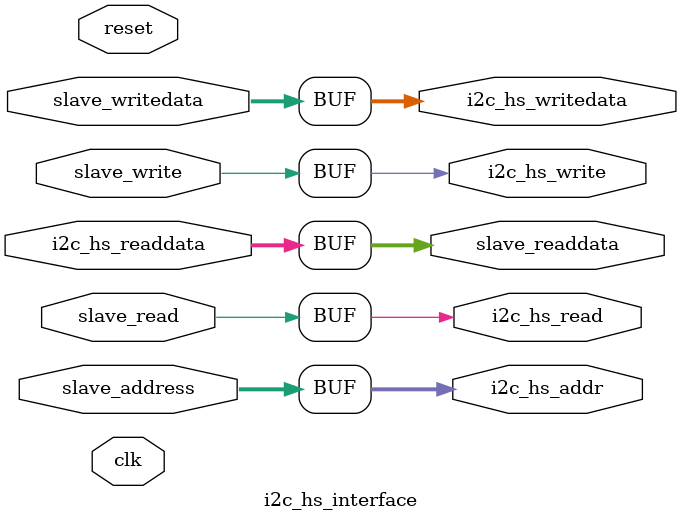
<source format=v>
module i2c_hs_interface (
		input  wire        clk,              
		input  wire [2:0]  slave_address,    
		output wire [31:0] slave_readdata,   
		input  wire        slave_read,       
		input  wire        slave_write,      
		input  wire [31:0] slave_writedata,  
		input  wire        reset,            
		output wire        i2c_hs_read,      
		output wire        i2c_hs_write,     
		output wire [2:0]  i2c_hs_addr,      
		input  wire [31:0] i2c_hs_readdata,  
		output wire [31:0] i2c_hs_writedata  
	);
	assign slave_readdata = i2c_hs_readdata;
	assign i2c_hs_writedata = slave_writedata;
	assign i2c_hs_write = slave_write;
	assign i2c_hs_read = slave_read;
	assign i2c_hs_addr = slave_address;
endmodule
</source>
